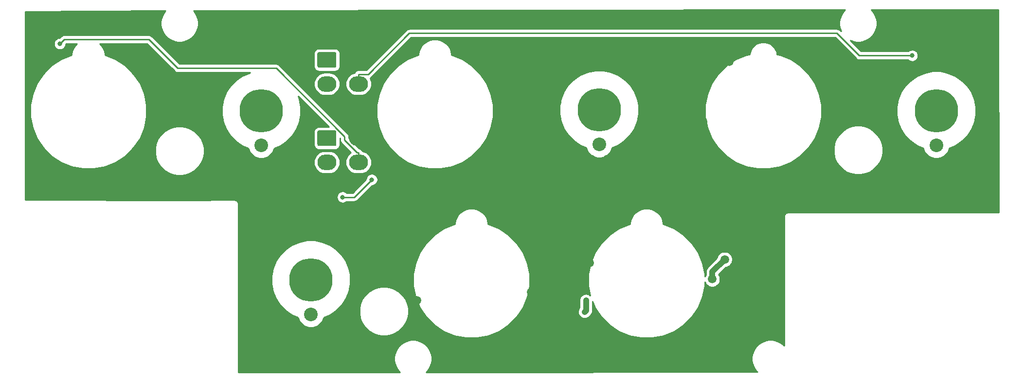
<source format=gbr>
%TF.GenerationSoftware,KiCad,Pcbnew,(5.1.6)-1*%
%TF.CreationDate,2021-08-25T14:17:29+10:00*%
%TF.ProjectId,HUD Panel PCB V2,48554420-5061-46e6-956c-205043422056,rev?*%
%TF.SameCoordinates,Original*%
%TF.FileFunction,Copper,L2,Bot*%
%TF.FilePolarity,Positive*%
%FSLAX46Y46*%
G04 Gerber Fmt 4.6, Leading zero omitted, Abs format (unit mm)*
G04 Created by KiCad (PCBNEW (5.1.6)-1) date 2021-08-25 14:17:29*
%MOMM*%
%LPD*%
G01*
G04 APERTURE LIST*
%TA.AperFunction,WasherPad*%
%ADD10C,7.540752*%
%TD*%
%TA.AperFunction,WasherPad*%
%ADD11C,2.381250*%
%TD*%
%TA.AperFunction,ComponentPad*%
%ADD12O,3.300000X2.700000*%
%TD*%
%TA.AperFunction,ViaPad*%
%ADD13C,1.500000*%
%TD*%
%TA.AperFunction,ViaPad*%
%ADD14C,0.800000*%
%TD*%
%TA.AperFunction,Conductor*%
%ADD15C,1.000000*%
%TD*%
%TA.AperFunction,Conductor*%
%ADD16C,0.250000*%
%TD*%
%TA.AperFunction,Conductor*%
%ADD17C,0.254000*%
%TD*%
G04 APERTURE END LIST*
D10*
%TO.P,REF\u002A\u002A,*%
%TO.N,*%
X118110000Y-85979000D03*
D11*
X118110000Y-91979000D03*
%TD*%
D10*
%TO.P,REF\u002A\u002A,*%
%TO.N,*%
X226949000Y-56515000D03*
D11*
X226949000Y-62515000D03*
%TD*%
D10*
%TO.P,REF\u002A\u002A,*%
%TO.N,*%
X168275000Y-56388000D03*
D11*
X168275000Y-62388000D03*
%TD*%
D10*
%TO.P,REF\u002A\u002A,*%
%TO.N,*%
X109474000Y-56515000D03*
D11*
X109474000Y-62515000D03*
%TD*%
D12*
%TO.P,J2,4*%
%TO.N,/DATAOUT*%
X126400000Y-51850000D03*
%TO.P,J2,3*%
%TO.N,/LEDGND*%
X126400000Y-47650000D03*
%TO.P,J2,2*%
%TO.N,/LED+5V*%
X120900000Y-51850000D03*
%TO.P,J2,1*%
%TA.AperFunction,ComponentPad*%
G36*
G01*
X119501100Y-46300000D02*
X122298900Y-46300000D01*
G75*
G02*
X122550000Y-46551100I0J-251100D01*
G01*
X122550000Y-48748900D01*
G75*
G02*
X122298900Y-49000000I-251100J0D01*
G01*
X119501100Y-49000000D01*
G75*
G02*
X119250000Y-48748900I0J251100D01*
G01*
X119250000Y-46551100D01*
G75*
G02*
X119501100Y-46300000I251100J0D01*
G01*
G37*
%TD.AperFunction*%
%TD*%
%TO.P,J1,4*%
%TO.N,/DATAIN*%
X126400000Y-65500000D03*
%TO.P,J1,3*%
%TO.N,/LEDGND*%
X126400000Y-61300000D03*
%TO.P,J1,2*%
%TO.N,/LED+5V*%
X120900000Y-65500000D03*
%TO.P,J1,1*%
%TA.AperFunction,ComponentPad*%
G36*
G01*
X119501100Y-59950000D02*
X122298900Y-59950000D01*
G75*
G02*
X122550000Y-60201100I0J-251100D01*
G01*
X122550000Y-62398900D01*
G75*
G02*
X122298900Y-62650000I-251100J0D01*
G01*
X119501100Y-62650000D01*
G75*
G02*
X119250000Y-62398900I0J251100D01*
G01*
X119250000Y-60201100D01*
G75*
G02*
X119501100Y-59950000I251100J0D01*
G01*
G37*
%TD.AperFunction*%
%TD*%
D13*
%TO.N,/LED+5V*%
X187960000Y-85852000D03*
X190119000Y-82423000D03*
D14*
X165735000Y-91567000D03*
X165989000Y-89535000D03*
D13*
%TO.N,/LEDGND*%
X69977000Y-50419000D03*
X89535000Y-48514000D03*
X94361000Y-54483000D03*
X90297000Y-62103000D03*
X86995000Y-68580000D03*
X76800000Y-69942000D03*
X105664000Y-46228000D03*
X113820000Y-46200000D03*
X107188000Y-66294000D03*
X103759000Y-70612000D03*
X109728000Y-86868000D03*
X115000000Y-98868000D03*
X125476000Y-99949000D03*
X126620000Y-87250000D03*
X125222000Y-77216000D03*
X114874000Y-77150000D03*
X135509000Y-68072000D03*
X144702000Y-68150000D03*
X148200000Y-47126000D03*
X152150000Y-57146000D03*
X160927000Y-55100000D03*
X165989000Y-66421000D03*
X178950000Y-65158000D03*
X181483000Y-55626000D03*
X186366000Y-58350000D03*
X173406000Y-46050000D03*
X162459000Y-46000000D03*
X207347000Y-60750000D03*
X201059000Y-67800000D03*
X194088000Y-67850000D03*
X227330000Y-46482000D03*
X233942000Y-70350000D03*
X222682000Y-64718800D03*
X221107000Y-70485000D03*
X146304000Y-98044000D03*
X156464000Y-88138000D03*
X160655000Y-94234000D03*
X167513000Y-92964000D03*
X166616000Y-83050000D03*
X159604000Y-81950000D03*
X170815000Y-76327000D03*
X186182000Y-77089000D03*
X194795000Y-82400000D03*
X195114000Y-88350000D03*
X187579000Y-88265000D03*
X192339000Y-94300000D03*
X185547000Y-94996000D03*
X176752000Y-97250000D03*
X130306009Y-62484000D03*
X134239000Y-47117000D03*
X154051000Y-76835000D03*
X136525000Y-89535000D03*
X138557000Y-76581000D03*
X206574000Y-48950000D03*
X211314000Y-54850000D03*
X190881000Y-48006000D03*
D14*
%TO.N,/DATAIN*%
X74399400Y-44856300D03*
%TO.N,/DATAOUT*%
X222776000Y-46898500D03*
%TO.N,Net-(D16-Pad2)*%
X123635000Y-71565000D03*
X128714500Y-68516500D03*
%TD*%
D15*
%TO.N,/LED+5V*%
X187960000Y-84582000D02*
X190119000Y-82423000D01*
X187960000Y-85852000D02*
X187960000Y-84582000D01*
X165989000Y-91313000D02*
X165735000Y-91567000D01*
X165989000Y-89535000D02*
X165989000Y-91313000D01*
D16*
%TO.N,/DATAIN*%
X126400000Y-65500000D02*
X126400000Y-63824700D01*
X74399400Y-44856300D02*
X75174300Y-44081400D01*
X75174300Y-44081400D02*
X89916400Y-44081400D01*
X89916400Y-44081400D02*
X94943800Y-49108800D01*
X94943800Y-49108800D02*
X112074600Y-49108800D01*
X112074600Y-49108800D02*
X123972100Y-61006300D01*
X123972100Y-61006300D02*
X123972100Y-61606200D01*
X123972100Y-61606200D02*
X126190600Y-63824700D01*
X126190600Y-63824700D02*
X126400000Y-63824700D01*
%TO.N,/DATAOUT*%
X126400000Y-51850000D02*
X126400000Y-50174700D01*
X222776000Y-46898500D02*
X213548300Y-46898500D01*
X213548300Y-46898500D02*
X209665600Y-43015800D01*
X209665600Y-43015800D02*
X135234200Y-43015800D01*
X135234200Y-43015800D02*
X128075300Y-50174700D01*
X128075300Y-50174700D02*
X126400000Y-50174700D01*
%TO.N,Net-(D16-Pad2)*%
X125666000Y-71565000D02*
X128714500Y-68516500D01*
X123635000Y-71565000D02*
X125666000Y-71565000D01*
%TD*%
D17*
%TO.N,/LEDGND*%
G36*
X237844167Y-74219200D02*
G01*
X201200419Y-74219200D01*
X201168000Y-74216007D01*
X201135581Y-74219200D01*
X201038617Y-74228750D01*
X200914207Y-74266490D01*
X200799550Y-74327775D01*
X200699052Y-74410252D01*
X200616575Y-74510750D01*
X200555290Y-74625407D01*
X200517550Y-74749817D01*
X200504807Y-74879200D01*
X200508001Y-74911629D01*
X200508000Y-97448622D01*
X200208966Y-97149588D01*
X199672242Y-96790960D01*
X199075866Y-96543933D01*
X198442756Y-96418000D01*
X197797244Y-96418000D01*
X197164134Y-96543933D01*
X196567758Y-96790960D01*
X196031034Y-97149588D01*
X195574588Y-97606034D01*
X195215960Y-98142758D01*
X194968933Y-98739134D01*
X194843000Y-99372244D01*
X194843000Y-100017756D01*
X194968933Y-100650866D01*
X195215960Y-101247242D01*
X195574588Y-101783966D01*
X195800253Y-102009631D01*
X138179356Y-102040022D01*
X138435412Y-101783966D01*
X138794040Y-101247242D01*
X139041067Y-100650866D01*
X139167000Y-100017756D01*
X139167000Y-99372244D01*
X139041067Y-98739134D01*
X138794040Y-98142758D01*
X138435412Y-97606034D01*
X137978966Y-97149588D01*
X137442242Y-96790960D01*
X136845866Y-96543933D01*
X136212756Y-96418000D01*
X135567244Y-96418000D01*
X134934134Y-96543933D01*
X134337758Y-96790960D01*
X133801034Y-97149588D01*
X133344588Y-97606034D01*
X132985960Y-98142758D01*
X132738933Y-98739134D01*
X132613000Y-99372244D01*
X132613000Y-100017756D01*
X132738933Y-100650866D01*
X132985960Y-101247242D01*
X133344588Y-101783966D01*
X133603058Y-102042436D01*
X105510083Y-102057253D01*
X105481729Y-85299668D01*
X111212624Y-85299668D01*
X111212624Y-86658332D01*
X111477687Y-87990890D01*
X111997625Y-89246132D01*
X112752459Y-90375821D01*
X113713179Y-91336541D01*
X114842868Y-92091375D01*
X115852509Y-92509582D01*
X115881440Y-92655026D01*
X116056147Y-93076807D01*
X116309783Y-93456400D01*
X116632600Y-93779217D01*
X117012193Y-94032853D01*
X117433974Y-94207560D01*
X117881734Y-94296625D01*
X118338266Y-94296625D01*
X118786026Y-94207560D01*
X119207807Y-94032853D01*
X119587400Y-93779217D01*
X119910217Y-93456400D01*
X120163853Y-93076807D01*
X120338560Y-92655026D01*
X120367491Y-92509582D01*
X121377132Y-92091375D01*
X122506821Y-91336541D01*
X122824610Y-91018752D01*
X126533000Y-91018752D01*
X126533000Y-91861248D01*
X126697362Y-92687555D01*
X127019771Y-93465919D01*
X127487837Y-94166429D01*
X128083571Y-94762163D01*
X128784081Y-95230229D01*
X129562445Y-95552638D01*
X130388752Y-95717000D01*
X131231248Y-95717000D01*
X132057555Y-95552638D01*
X132835919Y-95230229D01*
X133536429Y-94762163D01*
X134132163Y-94166429D01*
X134600229Y-93465919D01*
X134922638Y-92687555D01*
X135087000Y-91861248D01*
X135087000Y-91018752D01*
X134922638Y-90192445D01*
X134600229Y-89414081D01*
X134132163Y-88713571D01*
X133536429Y-88117837D01*
X132835919Y-87649771D01*
X132057555Y-87327362D01*
X131231248Y-87163000D01*
X130388752Y-87163000D01*
X129562445Y-87327362D01*
X128784081Y-87649771D01*
X128083571Y-88117837D01*
X127487837Y-88713571D01*
X127019771Y-89414081D01*
X126697362Y-90192445D01*
X126533000Y-91018752D01*
X122824610Y-91018752D01*
X123467541Y-90375821D01*
X124222375Y-89246132D01*
X124742313Y-87990890D01*
X125007376Y-86658332D01*
X125007376Y-85299668D01*
X124944104Y-84981578D01*
X135923000Y-84981578D01*
X135923000Y-86976422D01*
X136312175Y-88932937D01*
X137075569Y-90775933D01*
X138183846Y-92434586D01*
X139594414Y-93845154D01*
X141253067Y-94953431D01*
X143096063Y-95716825D01*
X145052578Y-96106000D01*
X147047422Y-96106000D01*
X149003937Y-95716825D01*
X150846933Y-94953431D01*
X152505586Y-93845154D01*
X153916154Y-92434586D01*
X154495856Y-91567000D01*
X164594509Y-91567000D01*
X164616423Y-91789498D01*
X164681324Y-92003446D01*
X164786717Y-92200622D01*
X164928552Y-92373448D01*
X165101378Y-92515283D01*
X165298554Y-92620676D01*
X165512502Y-92685577D01*
X165735000Y-92707491D01*
X165957498Y-92685577D01*
X166171446Y-92620676D01*
X166368622Y-92515283D01*
X166498143Y-92408988D01*
X166752135Y-92154996D01*
X166795449Y-92119449D01*
X166937284Y-91946623D01*
X167042676Y-91749447D01*
X167107577Y-91535499D01*
X167124000Y-91368752D01*
X167124000Y-91368743D01*
X167129490Y-91313001D01*
X167124000Y-91257259D01*
X167124000Y-89734033D01*
X167555569Y-90775933D01*
X168663846Y-92434586D01*
X170074414Y-93845154D01*
X171733067Y-94953431D01*
X173576063Y-95716825D01*
X175532578Y-96106000D01*
X177527422Y-96106000D01*
X179483937Y-95716825D01*
X181326933Y-94953431D01*
X182985586Y-93845154D01*
X184396154Y-92434586D01*
X185504431Y-90775933D01*
X186267825Y-88932937D01*
X186657000Y-86976422D01*
X186657000Y-86325458D01*
X186732629Y-86508043D01*
X186884201Y-86734886D01*
X187077114Y-86927799D01*
X187303957Y-87079371D01*
X187556011Y-87183775D01*
X187823589Y-87237000D01*
X188096411Y-87237000D01*
X188363989Y-87183775D01*
X188616043Y-87079371D01*
X188842886Y-86927799D01*
X189035799Y-86734886D01*
X189187371Y-86508043D01*
X189291775Y-86255989D01*
X189345000Y-85988411D01*
X189345000Y-85715589D01*
X189291775Y-85448011D01*
X189187371Y-85195957D01*
X189095000Y-85057714D01*
X189095000Y-85052131D01*
X190359920Y-83787212D01*
X190522989Y-83754775D01*
X190775043Y-83650371D01*
X191001886Y-83498799D01*
X191194799Y-83305886D01*
X191346371Y-83079043D01*
X191450775Y-82826989D01*
X191504000Y-82559411D01*
X191504000Y-82286589D01*
X191450775Y-82019011D01*
X191346371Y-81766957D01*
X191194799Y-81540114D01*
X191001886Y-81347201D01*
X190775043Y-81195629D01*
X190522989Y-81091225D01*
X190255411Y-81038000D01*
X189982589Y-81038000D01*
X189715011Y-81091225D01*
X189462957Y-81195629D01*
X189236114Y-81347201D01*
X189043201Y-81540114D01*
X188891629Y-81766957D01*
X188787225Y-82019011D01*
X188754788Y-82182080D01*
X187196860Y-83740009D01*
X187153552Y-83775551D01*
X187011717Y-83948377D01*
X186906324Y-84145553D01*
X186906324Y-84145554D01*
X186841423Y-84359502D01*
X186819509Y-84582000D01*
X186825000Y-84637751D01*
X186825000Y-85057714D01*
X186732629Y-85195957D01*
X186657000Y-85378542D01*
X186657000Y-84981578D01*
X186267825Y-83025063D01*
X185504431Y-81182067D01*
X184396154Y-79523414D01*
X182985586Y-78112846D01*
X181326933Y-77004569D01*
X179483937Y-76241175D01*
X179443000Y-76233032D01*
X179443000Y-76167095D01*
X179331055Y-75604309D01*
X179111467Y-75074177D01*
X178792675Y-74597071D01*
X178386929Y-74191325D01*
X177909823Y-73872533D01*
X177379691Y-73652945D01*
X176816905Y-73541000D01*
X176243095Y-73541000D01*
X175680309Y-73652945D01*
X175150177Y-73872533D01*
X174673071Y-74191325D01*
X174267325Y-74597071D01*
X173948533Y-75074177D01*
X173728945Y-75604309D01*
X173617000Y-76167095D01*
X173617000Y-76233032D01*
X173576063Y-76241175D01*
X171733067Y-77004569D01*
X170074414Y-78112846D01*
X168663846Y-79523414D01*
X167555569Y-81182067D01*
X166792175Y-83025063D01*
X166403000Y-84981578D01*
X166403000Y-86976422D01*
X166742950Y-88685466D01*
X166622623Y-88586716D01*
X166425446Y-88481324D01*
X166211498Y-88416423D01*
X165989000Y-88394509D01*
X165766501Y-88416423D01*
X165552553Y-88481324D01*
X165355377Y-88586716D01*
X165182551Y-88728551D01*
X165040716Y-88901377D01*
X164935324Y-89098554D01*
X164870423Y-89312502D01*
X164854000Y-89479249D01*
X164854000Y-90851393D01*
X164786717Y-90933378D01*
X164681324Y-91130554D01*
X164616423Y-91344502D01*
X164594509Y-91567000D01*
X154495856Y-91567000D01*
X155024431Y-90775933D01*
X155787825Y-88932937D01*
X156177000Y-86976422D01*
X156177000Y-84981578D01*
X155787825Y-83025063D01*
X155024431Y-81182067D01*
X153916154Y-79523414D01*
X152505586Y-78112846D01*
X150846933Y-77004569D01*
X149003937Y-76241175D01*
X148963000Y-76233032D01*
X148963000Y-76167095D01*
X148851055Y-75604309D01*
X148631467Y-75074177D01*
X148312675Y-74597071D01*
X147906929Y-74191325D01*
X147429823Y-73872533D01*
X146899691Y-73652945D01*
X146336905Y-73541000D01*
X145763095Y-73541000D01*
X145200309Y-73652945D01*
X144670177Y-73872533D01*
X144193071Y-74191325D01*
X143787325Y-74597071D01*
X143468533Y-75074177D01*
X143248945Y-75604309D01*
X143137000Y-76167095D01*
X143137000Y-76233032D01*
X143096063Y-76241175D01*
X141253067Y-77004569D01*
X139594414Y-78112846D01*
X138183846Y-79523414D01*
X137075569Y-81182067D01*
X136312175Y-83025063D01*
X135923000Y-84981578D01*
X124944104Y-84981578D01*
X124742313Y-83967110D01*
X124222375Y-82711868D01*
X123467541Y-81582179D01*
X122506821Y-80621459D01*
X121377132Y-79866625D01*
X120121890Y-79346687D01*
X118789332Y-79081624D01*
X117430668Y-79081624D01*
X116098110Y-79346687D01*
X114842868Y-79866625D01*
X113713179Y-80621459D01*
X112752459Y-81582179D01*
X111997625Y-82711868D01*
X111477687Y-83967110D01*
X111212624Y-85299668D01*
X105481729Y-85299668D01*
X105460451Y-72724597D01*
X105463580Y-72690656D01*
X105456965Y-72627538D01*
X105450630Y-72564317D01*
X105450186Y-72562862D01*
X105450028Y-72561355D01*
X105431208Y-72500682D01*
X105412679Y-72439971D01*
X105411963Y-72438637D01*
X105411512Y-72437183D01*
X105381168Y-72381257D01*
X105351200Y-72325418D01*
X105350236Y-72324248D01*
X105349511Y-72322911D01*
X105308834Y-72273973D01*
X105268553Y-72225060D01*
X105267381Y-72224101D01*
X105266408Y-72222931D01*
X105217043Y-72182932D01*
X105167916Y-72142753D01*
X105166574Y-72142039D01*
X105165396Y-72141084D01*
X105109199Y-72111496D01*
X105053155Y-72081662D01*
X105051703Y-72081224D01*
X105050358Y-72080516D01*
X104989432Y-72062449D01*
X104928682Y-72044133D01*
X104927171Y-72043987D01*
X104925715Y-72043555D01*
X104862556Y-72037733D01*
X104799278Y-72031608D01*
X104765357Y-72035007D01*
X96670965Y-72085597D01*
X68376400Y-72035958D01*
X68376400Y-71463061D01*
X122600000Y-71463061D01*
X122600000Y-71666939D01*
X122639774Y-71866898D01*
X122717795Y-72055256D01*
X122831063Y-72224774D01*
X122975226Y-72368937D01*
X123144744Y-72482205D01*
X123333102Y-72560226D01*
X123533061Y-72600000D01*
X123736939Y-72600000D01*
X123936898Y-72560226D01*
X124125256Y-72482205D01*
X124294774Y-72368937D01*
X124338711Y-72325000D01*
X125628678Y-72325000D01*
X125666000Y-72328676D01*
X125703322Y-72325000D01*
X125703333Y-72325000D01*
X125814986Y-72314003D01*
X125958247Y-72270546D01*
X126090276Y-72199974D01*
X126206001Y-72105001D01*
X126229804Y-72075997D01*
X128754302Y-69551500D01*
X128816439Y-69551500D01*
X129016398Y-69511726D01*
X129204756Y-69433705D01*
X129374274Y-69320437D01*
X129518437Y-69176274D01*
X129631705Y-69006756D01*
X129709726Y-68818398D01*
X129749500Y-68618439D01*
X129749500Y-68414561D01*
X129709726Y-68214602D01*
X129631705Y-68026244D01*
X129518437Y-67856726D01*
X129374274Y-67712563D01*
X129204756Y-67599295D01*
X129016398Y-67521274D01*
X128816439Y-67481500D01*
X128612561Y-67481500D01*
X128412602Y-67521274D01*
X128224244Y-67599295D01*
X128054726Y-67712563D01*
X127910563Y-67856726D01*
X127797295Y-68026244D01*
X127719274Y-68214602D01*
X127679500Y-68414561D01*
X127679500Y-68476698D01*
X125351199Y-70805000D01*
X124338711Y-70805000D01*
X124294774Y-70761063D01*
X124125256Y-70647795D01*
X123936898Y-70569774D01*
X123736939Y-70530000D01*
X123533061Y-70530000D01*
X123333102Y-70569774D01*
X123144744Y-70647795D01*
X122975226Y-70761063D01*
X122831063Y-70905226D01*
X122717795Y-71074744D01*
X122639774Y-71263102D01*
X122600000Y-71463061D01*
X68376400Y-71463061D01*
X68376400Y-55517578D01*
X69248000Y-55517578D01*
X69248000Y-57512422D01*
X69637175Y-59468937D01*
X70400569Y-61311933D01*
X71508846Y-62970586D01*
X72919414Y-64381154D01*
X74578067Y-65489431D01*
X76421063Y-66252825D01*
X78377578Y-66642000D01*
X80372422Y-66642000D01*
X82328937Y-66252825D01*
X84171933Y-65489431D01*
X85830586Y-64381154D01*
X87132988Y-63078752D01*
X90973000Y-63078752D01*
X90973000Y-63921248D01*
X91137362Y-64747555D01*
X91459771Y-65525919D01*
X91927837Y-66226429D01*
X92523571Y-66822163D01*
X93224081Y-67290229D01*
X94002445Y-67612638D01*
X94828752Y-67777000D01*
X95671248Y-67777000D01*
X96497555Y-67612638D01*
X97275919Y-67290229D01*
X97976429Y-66822163D01*
X98572163Y-66226429D01*
X99040229Y-65525919D01*
X99050965Y-65500000D01*
X118605396Y-65500000D01*
X118643722Y-65889128D01*
X118757226Y-66263302D01*
X118941547Y-66608143D01*
X119189602Y-66910398D01*
X119491857Y-67158453D01*
X119836698Y-67342774D01*
X120210872Y-67456278D01*
X120502490Y-67485000D01*
X121297510Y-67485000D01*
X121589128Y-67456278D01*
X121963302Y-67342774D01*
X122308143Y-67158453D01*
X122610398Y-66910398D01*
X122858453Y-66608143D01*
X123042774Y-66263302D01*
X123156278Y-65889128D01*
X123194604Y-65500000D01*
X123156278Y-65110872D01*
X123042774Y-64736698D01*
X122858453Y-64391857D01*
X122610398Y-64089602D01*
X122308143Y-63841547D01*
X121963302Y-63657226D01*
X121589128Y-63543722D01*
X121297510Y-63515000D01*
X120502490Y-63515000D01*
X120210872Y-63543722D01*
X119836698Y-63657226D01*
X119491857Y-63841547D01*
X119189602Y-64089602D01*
X118941547Y-64391857D01*
X118757226Y-64736698D01*
X118643722Y-65110872D01*
X118605396Y-65500000D01*
X99050965Y-65500000D01*
X99362638Y-64747555D01*
X99527000Y-63921248D01*
X99527000Y-63078752D01*
X99362638Y-62252445D01*
X99040229Y-61474081D01*
X98572163Y-60773571D01*
X97976429Y-60177837D01*
X97275919Y-59709771D01*
X96497555Y-59387362D01*
X95671248Y-59223000D01*
X94828752Y-59223000D01*
X94002445Y-59387362D01*
X93224081Y-59709771D01*
X92523571Y-60177837D01*
X91927837Y-60773571D01*
X91459771Y-61474081D01*
X91137362Y-62252445D01*
X90973000Y-63078752D01*
X87132988Y-63078752D01*
X87241154Y-62970586D01*
X88349431Y-61311933D01*
X89112825Y-59468937D01*
X89502000Y-57512422D01*
X89502000Y-55517578D01*
X89112825Y-53561063D01*
X88349431Y-51718067D01*
X87241154Y-50059414D01*
X85830586Y-48648846D01*
X84171933Y-47540569D01*
X82328937Y-46777175D01*
X82288000Y-46769032D01*
X82288000Y-46703095D01*
X82176055Y-46140309D01*
X81956467Y-45610177D01*
X81637675Y-45133071D01*
X81346004Y-44841400D01*
X89601599Y-44841400D01*
X94380000Y-49619802D01*
X94403799Y-49648801D01*
X94519524Y-49743774D01*
X94651553Y-49814346D01*
X94794814Y-49857803D01*
X94906467Y-49868800D01*
X94906476Y-49868800D01*
X94943799Y-49872476D01*
X94981122Y-49868800D01*
X107531924Y-49868800D01*
X107462110Y-49882687D01*
X106206868Y-50402625D01*
X105077179Y-51157459D01*
X104116459Y-52118179D01*
X103361625Y-53247868D01*
X102841687Y-54503110D01*
X102576624Y-55835668D01*
X102576624Y-57194332D01*
X102841687Y-58526890D01*
X103361625Y-59782132D01*
X104116459Y-60911821D01*
X105077179Y-61872541D01*
X106206868Y-62627375D01*
X107216509Y-63045582D01*
X107245440Y-63191026D01*
X107420147Y-63612807D01*
X107673783Y-63992400D01*
X107996600Y-64315217D01*
X108376193Y-64568853D01*
X108797974Y-64743560D01*
X109245734Y-64832625D01*
X109702266Y-64832625D01*
X110150026Y-64743560D01*
X110571807Y-64568853D01*
X110951400Y-64315217D01*
X111274217Y-63992400D01*
X111527853Y-63612807D01*
X111702560Y-63191026D01*
X111731491Y-63045582D01*
X112741132Y-62627375D01*
X113870821Y-61872541D01*
X114831541Y-60911821D01*
X115586375Y-59782132D01*
X116106313Y-58526890D01*
X116371376Y-57194332D01*
X116371376Y-55835668D01*
X116106313Y-54503110D01*
X115902811Y-54011812D01*
X121202926Y-59311928D01*
X119501100Y-59311928D01*
X119327631Y-59329013D01*
X119160829Y-59379612D01*
X119007103Y-59461781D01*
X118872360Y-59572360D01*
X118761781Y-59707103D01*
X118679612Y-59860829D01*
X118629013Y-60027631D01*
X118611928Y-60201100D01*
X118611928Y-62398900D01*
X118629013Y-62572369D01*
X118679612Y-62739171D01*
X118761781Y-62892897D01*
X118872360Y-63027640D01*
X119007103Y-63138219D01*
X119160829Y-63220388D01*
X119327631Y-63270987D01*
X119501100Y-63288072D01*
X122298900Y-63288072D01*
X122472369Y-63270987D01*
X122639171Y-63220388D01*
X122792897Y-63138219D01*
X122927640Y-63027640D01*
X123038219Y-62892897D01*
X123120388Y-62739171D01*
X123170987Y-62572369D01*
X123188072Y-62398900D01*
X123188072Y-61297074D01*
X123212100Y-61321102D01*
X123212100Y-61568878D01*
X123208424Y-61606200D01*
X123212100Y-61643522D01*
X123212100Y-61643533D01*
X123223097Y-61755186D01*
X123266554Y-61898447D01*
X123291137Y-61944436D01*
X123337126Y-62030476D01*
X123408301Y-62117202D01*
X123432100Y-62146201D01*
X123461098Y-62169999D01*
X125083605Y-63792507D01*
X124991857Y-63841547D01*
X124689602Y-64089602D01*
X124441547Y-64391857D01*
X124257226Y-64736698D01*
X124143722Y-65110872D01*
X124105396Y-65500000D01*
X124143722Y-65889128D01*
X124257226Y-66263302D01*
X124441547Y-66608143D01*
X124689602Y-66910398D01*
X124991857Y-67158453D01*
X125336698Y-67342774D01*
X125710872Y-67456278D01*
X126002490Y-67485000D01*
X126797510Y-67485000D01*
X127089128Y-67456278D01*
X127463302Y-67342774D01*
X127808143Y-67158453D01*
X128110398Y-66910398D01*
X128358453Y-66608143D01*
X128542774Y-66263302D01*
X128656278Y-65889128D01*
X128694604Y-65500000D01*
X128656278Y-65110872D01*
X128542774Y-64736698D01*
X128358453Y-64391857D01*
X128110398Y-64089602D01*
X127808143Y-63841547D01*
X127463302Y-63657226D01*
X127110975Y-63550349D01*
X127105546Y-63532453D01*
X127034974Y-63400424D01*
X126940001Y-63284699D01*
X126824276Y-63189726D01*
X126692247Y-63119154D01*
X126548986Y-63075697D01*
X126512839Y-63072137D01*
X124732100Y-61291399D01*
X124732100Y-61043623D01*
X124735776Y-61006300D01*
X124732100Y-60968977D01*
X124732100Y-60968967D01*
X124721103Y-60857314D01*
X124677646Y-60714053D01*
X124607074Y-60582024D01*
X124512101Y-60466299D01*
X124483104Y-60442502D01*
X119558180Y-55517578D01*
X129573000Y-55517578D01*
X129573000Y-57512422D01*
X129962175Y-59468937D01*
X130725569Y-61311933D01*
X131833846Y-62970586D01*
X133244414Y-64381154D01*
X134903067Y-65489431D01*
X136746063Y-66252825D01*
X138702578Y-66642000D01*
X140697422Y-66642000D01*
X142653937Y-66252825D01*
X144496933Y-65489431D01*
X146155586Y-64381154D01*
X147566154Y-62970586D01*
X148674431Y-61311933D01*
X149437825Y-59468937D01*
X149827000Y-57512422D01*
X149827000Y-55708668D01*
X161377624Y-55708668D01*
X161377624Y-57067332D01*
X161642687Y-58399890D01*
X162162625Y-59655132D01*
X162917459Y-60784821D01*
X163878179Y-61745541D01*
X165007868Y-62500375D01*
X166017509Y-62918582D01*
X166046440Y-63064026D01*
X166221147Y-63485807D01*
X166474783Y-63865400D01*
X166797600Y-64188217D01*
X167177193Y-64441853D01*
X167598974Y-64616560D01*
X168046734Y-64705625D01*
X168503266Y-64705625D01*
X168951026Y-64616560D01*
X169372807Y-64441853D01*
X169752400Y-64188217D01*
X170075217Y-63865400D01*
X170328853Y-63485807D01*
X170503560Y-63064026D01*
X170532491Y-62918582D01*
X171542132Y-62500375D01*
X172671821Y-61745541D01*
X173632541Y-60784821D01*
X174387375Y-59655132D01*
X174907313Y-58399890D01*
X175172376Y-57067332D01*
X175172376Y-55708668D01*
X175134366Y-55517578D01*
X186723000Y-55517578D01*
X186723000Y-57512422D01*
X187112175Y-59468937D01*
X187875569Y-61311933D01*
X188983846Y-62970586D01*
X190394414Y-64381154D01*
X192053067Y-65489431D01*
X193896063Y-66252825D01*
X195852578Y-66642000D01*
X197847422Y-66642000D01*
X199803937Y-66252825D01*
X201646933Y-65489431D01*
X203305586Y-64381154D01*
X204716154Y-62970586D01*
X204728738Y-62951752D01*
X209083000Y-62951752D01*
X209083000Y-63794248D01*
X209247362Y-64620555D01*
X209569771Y-65398919D01*
X210037837Y-66099429D01*
X210633571Y-66695163D01*
X211334081Y-67163229D01*
X212112445Y-67485638D01*
X212938752Y-67650000D01*
X213781248Y-67650000D01*
X214607555Y-67485638D01*
X215385919Y-67163229D01*
X216086429Y-66695163D01*
X216682163Y-66099429D01*
X217150229Y-65398919D01*
X217472638Y-64620555D01*
X217637000Y-63794248D01*
X217637000Y-62951752D01*
X217472638Y-62125445D01*
X217150229Y-61347081D01*
X216682163Y-60646571D01*
X216086429Y-60050837D01*
X215385919Y-59582771D01*
X214607555Y-59260362D01*
X213781248Y-59096000D01*
X212938752Y-59096000D01*
X212112445Y-59260362D01*
X211334081Y-59582771D01*
X210633571Y-60050837D01*
X210037837Y-60646571D01*
X209569771Y-61347081D01*
X209247362Y-62125445D01*
X209083000Y-62951752D01*
X204728738Y-62951752D01*
X205824431Y-61311933D01*
X206587825Y-59468937D01*
X206977000Y-57512422D01*
X206977000Y-55835668D01*
X220051624Y-55835668D01*
X220051624Y-57194332D01*
X220316687Y-58526890D01*
X220836625Y-59782132D01*
X221591459Y-60911821D01*
X222552179Y-61872541D01*
X223681868Y-62627375D01*
X224691509Y-63045582D01*
X224720440Y-63191026D01*
X224895147Y-63612807D01*
X225148783Y-63992400D01*
X225471600Y-64315217D01*
X225851193Y-64568853D01*
X226272974Y-64743560D01*
X226720734Y-64832625D01*
X227177266Y-64832625D01*
X227625026Y-64743560D01*
X228046807Y-64568853D01*
X228426400Y-64315217D01*
X228749217Y-63992400D01*
X229002853Y-63612807D01*
X229177560Y-63191026D01*
X229206491Y-63045582D01*
X230216132Y-62627375D01*
X231345821Y-61872541D01*
X232306541Y-60911821D01*
X233061375Y-59782132D01*
X233581313Y-58526890D01*
X233846376Y-57194332D01*
X233846376Y-55835668D01*
X233581313Y-54503110D01*
X233061375Y-53247868D01*
X232306541Y-52118179D01*
X231345821Y-51157459D01*
X230216132Y-50402625D01*
X228960890Y-49882687D01*
X227628332Y-49617624D01*
X226269668Y-49617624D01*
X224937110Y-49882687D01*
X223681868Y-50402625D01*
X222552179Y-51157459D01*
X221591459Y-52118179D01*
X220836625Y-53247868D01*
X220316687Y-54503110D01*
X220051624Y-55835668D01*
X206977000Y-55835668D01*
X206977000Y-55517578D01*
X206587825Y-53561063D01*
X205824431Y-51718067D01*
X204716154Y-50059414D01*
X203305586Y-48648846D01*
X201646933Y-47540569D01*
X199803937Y-46777175D01*
X199254352Y-46667856D01*
X199177962Y-46283820D01*
X198995462Y-45843227D01*
X198730513Y-45446703D01*
X198393297Y-45109487D01*
X197996773Y-44844538D01*
X197556180Y-44662038D01*
X197088448Y-44569000D01*
X196611552Y-44569000D01*
X196143820Y-44662038D01*
X195703227Y-44844538D01*
X195306703Y-45109487D01*
X194969487Y-45446703D01*
X194704538Y-45843227D01*
X194522038Y-46283820D01*
X194445648Y-46667856D01*
X193896063Y-46777175D01*
X192053067Y-47540569D01*
X190394414Y-48648846D01*
X188983846Y-50059414D01*
X187875569Y-51718067D01*
X187112175Y-53561063D01*
X186723000Y-55517578D01*
X175134366Y-55517578D01*
X174907313Y-54376110D01*
X174387375Y-53120868D01*
X173632541Y-51991179D01*
X172671821Y-51030459D01*
X171542132Y-50275625D01*
X170286890Y-49755687D01*
X168954332Y-49490624D01*
X167595668Y-49490624D01*
X166263110Y-49755687D01*
X165007868Y-50275625D01*
X163878179Y-51030459D01*
X162917459Y-51991179D01*
X162162625Y-53120868D01*
X161642687Y-54376110D01*
X161377624Y-55708668D01*
X149827000Y-55708668D01*
X149827000Y-55517578D01*
X149437825Y-53561063D01*
X148674431Y-51718067D01*
X147566154Y-50059414D01*
X146155586Y-48648846D01*
X144496933Y-47540569D01*
X142653937Y-46777175D01*
X142613000Y-46769032D01*
X142613000Y-46703095D01*
X142501055Y-46140309D01*
X142281467Y-45610177D01*
X141962675Y-45133071D01*
X141556929Y-44727325D01*
X141079823Y-44408533D01*
X140549691Y-44188945D01*
X139986905Y-44077000D01*
X139413095Y-44077000D01*
X138850309Y-44188945D01*
X138320177Y-44408533D01*
X137843071Y-44727325D01*
X137437325Y-45133071D01*
X137118533Y-45610177D01*
X136898945Y-46140309D01*
X136787000Y-46703095D01*
X136787000Y-46769032D01*
X136746063Y-46777175D01*
X134903067Y-47540569D01*
X133244414Y-48648846D01*
X131833846Y-50059414D01*
X130725569Y-51718067D01*
X129962175Y-53561063D01*
X129573000Y-55517578D01*
X119558180Y-55517578D01*
X115890602Y-51850000D01*
X118605396Y-51850000D01*
X118643722Y-52239128D01*
X118757226Y-52613302D01*
X118941547Y-52958143D01*
X119189602Y-53260398D01*
X119491857Y-53508453D01*
X119836698Y-53692774D01*
X120210872Y-53806278D01*
X120502490Y-53835000D01*
X121297510Y-53835000D01*
X121589128Y-53806278D01*
X121963302Y-53692774D01*
X122308143Y-53508453D01*
X122610398Y-53260398D01*
X122858453Y-52958143D01*
X123042774Y-52613302D01*
X123156278Y-52239128D01*
X123194604Y-51850000D01*
X123156278Y-51460872D01*
X123042774Y-51086698D01*
X122858453Y-50741857D01*
X122610398Y-50439602D01*
X122308143Y-50191547D01*
X121963302Y-50007226D01*
X121589128Y-49893722D01*
X121297510Y-49865000D01*
X120502490Y-49865000D01*
X120210872Y-49893722D01*
X119836698Y-50007226D01*
X119491857Y-50191547D01*
X119189602Y-50439602D01*
X118941547Y-50741857D01*
X118757226Y-51086698D01*
X118643722Y-51460872D01*
X118605396Y-51850000D01*
X115890602Y-51850000D01*
X112638404Y-48597803D01*
X112614601Y-48568799D01*
X112498876Y-48473826D01*
X112366847Y-48403254D01*
X112223586Y-48359797D01*
X112111933Y-48348800D01*
X112111922Y-48348800D01*
X112074600Y-48345124D01*
X112037278Y-48348800D01*
X95258602Y-48348800D01*
X93460902Y-46551100D01*
X118611928Y-46551100D01*
X118611928Y-48748900D01*
X118629013Y-48922369D01*
X118679612Y-49089171D01*
X118761781Y-49242897D01*
X118872360Y-49377640D01*
X119007103Y-49488219D01*
X119160829Y-49570388D01*
X119327631Y-49620987D01*
X119501100Y-49638072D01*
X122298900Y-49638072D01*
X122472369Y-49620987D01*
X122639171Y-49570388D01*
X122792897Y-49488219D01*
X122927640Y-49377640D01*
X123038219Y-49242897D01*
X123120388Y-49089171D01*
X123170987Y-48922369D01*
X123188072Y-48748900D01*
X123188072Y-46551100D01*
X123170987Y-46377631D01*
X123120388Y-46210829D01*
X123038219Y-46057103D01*
X122927640Y-45922360D01*
X122792897Y-45811781D01*
X122639171Y-45729612D01*
X122472369Y-45679013D01*
X122298900Y-45661928D01*
X119501100Y-45661928D01*
X119327631Y-45679013D01*
X119160829Y-45729612D01*
X119007103Y-45811781D01*
X118872360Y-45922360D01*
X118761781Y-46057103D01*
X118679612Y-46210829D01*
X118629013Y-46377631D01*
X118611928Y-46551100D01*
X93460902Y-46551100D01*
X90480204Y-43570403D01*
X90456401Y-43541399D01*
X90340676Y-43446426D01*
X90208647Y-43375854D01*
X90065386Y-43332397D01*
X89953733Y-43321400D01*
X89953722Y-43321400D01*
X89916400Y-43317724D01*
X89879078Y-43321400D01*
X75211622Y-43321400D01*
X75174299Y-43317724D01*
X75136976Y-43321400D01*
X75136967Y-43321400D01*
X75025314Y-43332397D01*
X74882053Y-43375854D01*
X74750023Y-43446426D01*
X74666383Y-43515068D01*
X74634299Y-43541399D01*
X74610501Y-43570398D01*
X74359598Y-43821300D01*
X74297461Y-43821300D01*
X74097502Y-43861074D01*
X73909144Y-43939095D01*
X73739626Y-44052363D01*
X73595463Y-44196526D01*
X73482195Y-44366044D01*
X73404174Y-44554402D01*
X73364400Y-44754361D01*
X73364400Y-44958239D01*
X73404174Y-45158198D01*
X73482195Y-45346556D01*
X73595463Y-45516074D01*
X73739626Y-45660237D01*
X73909144Y-45773505D01*
X74097502Y-45851526D01*
X74297461Y-45891300D01*
X74501339Y-45891300D01*
X74701298Y-45851526D01*
X74889656Y-45773505D01*
X75059174Y-45660237D01*
X75203337Y-45516074D01*
X75316605Y-45346556D01*
X75394626Y-45158198D01*
X75434400Y-44958239D01*
X75434400Y-44896102D01*
X75489102Y-44841400D01*
X77403996Y-44841400D01*
X77112325Y-45133071D01*
X76793533Y-45610177D01*
X76573945Y-46140309D01*
X76462000Y-46703095D01*
X76462000Y-46769032D01*
X76421063Y-46777175D01*
X74578067Y-47540569D01*
X72919414Y-48648846D01*
X71508846Y-50059414D01*
X70400569Y-51718067D01*
X69637175Y-53561063D01*
X69248000Y-55517578D01*
X68376400Y-55517578D01*
X68376400Y-39214764D01*
X92766023Y-39124599D01*
X92704588Y-39186034D01*
X92345960Y-39722758D01*
X92098933Y-40319134D01*
X91973000Y-40952244D01*
X91973000Y-41597756D01*
X92098933Y-42230866D01*
X92345960Y-42827242D01*
X92704588Y-43363966D01*
X93161034Y-43820412D01*
X93697758Y-44179040D01*
X94294134Y-44426067D01*
X94927244Y-44552000D01*
X95572756Y-44552000D01*
X96205866Y-44426067D01*
X96802242Y-44179040D01*
X97338966Y-43820412D01*
X97795412Y-43363966D01*
X98154040Y-42827242D01*
X98401067Y-42230866D01*
X98527000Y-41597756D01*
X98527000Y-40952244D01*
X98401067Y-40319134D01*
X98154040Y-39722758D01*
X97795412Y-39186034D01*
X97721399Y-39112021D01*
X211049406Y-38951216D01*
X210814588Y-39186034D01*
X210455960Y-39722758D01*
X210208933Y-40319134D01*
X210083000Y-40952244D01*
X210083000Y-41597756D01*
X210208933Y-42230866D01*
X210388160Y-42663559D01*
X210229404Y-42504803D01*
X210205601Y-42475799D01*
X210089876Y-42380826D01*
X209957847Y-42310254D01*
X209814586Y-42266797D01*
X209702933Y-42255800D01*
X209702922Y-42255800D01*
X209665600Y-42252124D01*
X209628278Y-42255800D01*
X135271522Y-42255800D01*
X135234199Y-42252124D01*
X135196876Y-42255800D01*
X135196867Y-42255800D01*
X135085214Y-42266797D01*
X134941953Y-42310254D01*
X134809924Y-42380826D01*
X134809922Y-42380827D01*
X134809923Y-42380827D01*
X134723196Y-42452001D01*
X134723192Y-42452005D01*
X134694199Y-42475799D01*
X134670405Y-42504792D01*
X127760499Y-49414700D01*
X126437333Y-49414700D01*
X126400000Y-49411023D01*
X126362667Y-49414700D01*
X126251014Y-49425697D01*
X126107753Y-49469154D01*
X125975724Y-49539726D01*
X125859999Y-49634699D01*
X125765026Y-49750424D01*
X125694454Y-49882453D01*
X125689025Y-49900349D01*
X125336698Y-50007226D01*
X124991857Y-50191547D01*
X124689602Y-50439602D01*
X124441547Y-50741857D01*
X124257226Y-51086698D01*
X124143722Y-51460872D01*
X124105396Y-51850000D01*
X124143722Y-52239128D01*
X124257226Y-52613302D01*
X124441547Y-52958143D01*
X124689602Y-53260398D01*
X124991857Y-53508453D01*
X125336698Y-53692774D01*
X125710872Y-53806278D01*
X126002490Y-53835000D01*
X126797510Y-53835000D01*
X127089128Y-53806278D01*
X127463302Y-53692774D01*
X127808143Y-53508453D01*
X128110398Y-53260398D01*
X128358453Y-52958143D01*
X128542774Y-52613302D01*
X128656278Y-52239128D01*
X128694604Y-51850000D01*
X128656278Y-51460872D01*
X128542774Y-51086698D01*
X128418007Y-50853274D01*
X128499576Y-50809674D01*
X128615301Y-50714701D01*
X128639104Y-50685697D01*
X135549003Y-43775800D01*
X209350799Y-43775800D01*
X212984501Y-47409503D01*
X213008299Y-47438501D01*
X213037297Y-47462299D01*
X213124023Y-47533474D01*
X213256053Y-47604046D01*
X213399314Y-47647503D01*
X213510967Y-47658500D01*
X213510977Y-47658500D01*
X213548300Y-47662176D01*
X213585622Y-47658500D01*
X222072289Y-47658500D01*
X222116226Y-47702437D01*
X222285744Y-47815705D01*
X222474102Y-47893726D01*
X222674061Y-47933500D01*
X222877939Y-47933500D01*
X223077898Y-47893726D01*
X223266256Y-47815705D01*
X223435774Y-47702437D01*
X223579937Y-47558274D01*
X223693205Y-47388756D01*
X223771226Y-47200398D01*
X223811000Y-47000439D01*
X223811000Y-46796561D01*
X223771226Y-46596602D01*
X223693205Y-46408244D01*
X223579937Y-46238726D01*
X223435774Y-46094563D01*
X223266256Y-45981295D01*
X223077898Y-45903274D01*
X222877939Y-45863500D01*
X222674061Y-45863500D01*
X222474102Y-45903274D01*
X222285744Y-45981295D01*
X222116226Y-46094563D01*
X222072289Y-46138500D01*
X213863102Y-46138500D01*
X211971441Y-44246840D01*
X212404134Y-44426067D01*
X213037244Y-44552000D01*
X213682756Y-44552000D01*
X214315866Y-44426067D01*
X214912242Y-44179040D01*
X215448966Y-43820412D01*
X215905412Y-43363966D01*
X216264040Y-42827242D01*
X216511067Y-42230866D01*
X216637000Y-41597756D01*
X216637000Y-40952244D01*
X216511067Y-40319134D01*
X216264040Y-39722758D01*
X215905412Y-39186034D01*
X215664046Y-38944668D01*
X237746231Y-38913334D01*
X237844167Y-74219200D01*
G37*
X237844167Y-74219200D02*
X201200419Y-74219200D01*
X201168000Y-74216007D01*
X201135581Y-74219200D01*
X201038617Y-74228750D01*
X200914207Y-74266490D01*
X200799550Y-74327775D01*
X200699052Y-74410252D01*
X200616575Y-74510750D01*
X200555290Y-74625407D01*
X200517550Y-74749817D01*
X200504807Y-74879200D01*
X200508001Y-74911629D01*
X200508000Y-97448622D01*
X200208966Y-97149588D01*
X199672242Y-96790960D01*
X199075866Y-96543933D01*
X198442756Y-96418000D01*
X197797244Y-96418000D01*
X197164134Y-96543933D01*
X196567758Y-96790960D01*
X196031034Y-97149588D01*
X195574588Y-97606034D01*
X195215960Y-98142758D01*
X194968933Y-98739134D01*
X194843000Y-99372244D01*
X194843000Y-100017756D01*
X194968933Y-100650866D01*
X195215960Y-101247242D01*
X195574588Y-101783966D01*
X195800253Y-102009631D01*
X138179356Y-102040022D01*
X138435412Y-101783966D01*
X138794040Y-101247242D01*
X139041067Y-100650866D01*
X139167000Y-100017756D01*
X139167000Y-99372244D01*
X139041067Y-98739134D01*
X138794040Y-98142758D01*
X138435412Y-97606034D01*
X137978966Y-97149588D01*
X137442242Y-96790960D01*
X136845866Y-96543933D01*
X136212756Y-96418000D01*
X135567244Y-96418000D01*
X134934134Y-96543933D01*
X134337758Y-96790960D01*
X133801034Y-97149588D01*
X133344588Y-97606034D01*
X132985960Y-98142758D01*
X132738933Y-98739134D01*
X132613000Y-99372244D01*
X132613000Y-100017756D01*
X132738933Y-100650866D01*
X132985960Y-101247242D01*
X133344588Y-101783966D01*
X133603058Y-102042436D01*
X105510083Y-102057253D01*
X105481729Y-85299668D01*
X111212624Y-85299668D01*
X111212624Y-86658332D01*
X111477687Y-87990890D01*
X111997625Y-89246132D01*
X112752459Y-90375821D01*
X113713179Y-91336541D01*
X114842868Y-92091375D01*
X115852509Y-92509582D01*
X115881440Y-92655026D01*
X116056147Y-93076807D01*
X116309783Y-93456400D01*
X116632600Y-93779217D01*
X117012193Y-94032853D01*
X117433974Y-94207560D01*
X117881734Y-94296625D01*
X118338266Y-94296625D01*
X118786026Y-94207560D01*
X119207807Y-94032853D01*
X119587400Y-93779217D01*
X119910217Y-93456400D01*
X120163853Y-93076807D01*
X120338560Y-92655026D01*
X120367491Y-92509582D01*
X121377132Y-92091375D01*
X122506821Y-91336541D01*
X122824610Y-91018752D01*
X126533000Y-91018752D01*
X126533000Y-91861248D01*
X126697362Y-92687555D01*
X127019771Y-93465919D01*
X127487837Y-94166429D01*
X128083571Y-94762163D01*
X128784081Y-95230229D01*
X129562445Y-95552638D01*
X130388752Y-95717000D01*
X131231248Y-95717000D01*
X132057555Y-95552638D01*
X132835919Y-95230229D01*
X133536429Y-94762163D01*
X134132163Y-94166429D01*
X134600229Y-93465919D01*
X134922638Y-92687555D01*
X135087000Y-91861248D01*
X135087000Y-91018752D01*
X134922638Y-90192445D01*
X134600229Y-89414081D01*
X134132163Y-88713571D01*
X133536429Y-88117837D01*
X132835919Y-87649771D01*
X132057555Y-87327362D01*
X131231248Y-87163000D01*
X130388752Y-87163000D01*
X129562445Y-87327362D01*
X128784081Y-87649771D01*
X128083571Y-88117837D01*
X127487837Y-88713571D01*
X127019771Y-89414081D01*
X126697362Y-90192445D01*
X126533000Y-91018752D01*
X122824610Y-91018752D01*
X123467541Y-90375821D01*
X124222375Y-89246132D01*
X124742313Y-87990890D01*
X125007376Y-86658332D01*
X125007376Y-85299668D01*
X124944104Y-84981578D01*
X135923000Y-84981578D01*
X135923000Y-86976422D01*
X136312175Y-88932937D01*
X137075569Y-90775933D01*
X138183846Y-92434586D01*
X139594414Y-93845154D01*
X141253067Y-94953431D01*
X143096063Y-95716825D01*
X145052578Y-96106000D01*
X147047422Y-96106000D01*
X149003937Y-95716825D01*
X150846933Y-94953431D01*
X152505586Y-93845154D01*
X153916154Y-92434586D01*
X154495856Y-91567000D01*
X164594509Y-91567000D01*
X164616423Y-91789498D01*
X164681324Y-92003446D01*
X164786717Y-92200622D01*
X164928552Y-92373448D01*
X165101378Y-92515283D01*
X165298554Y-92620676D01*
X165512502Y-92685577D01*
X165735000Y-92707491D01*
X165957498Y-92685577D01*
X166171446Y-92620676D01*
X166368622Y-92515283D01*
X166498143Y-92408988D01*
X166752135Y-92154996D01*
X166795449Y-92119449D01*
X166937284Y-91946623D01*
X167042676Y-91749447D01*
X167107577Y-91535499D01*
X167124000Y-91368752D01*
X167124000Y-91368743D01*
X167129490Y-91313001D01*
X167124000Y-91257259D01*
X167124000Y-89734033D01*
X167555569Y-90775933D01*
X168663846Y-92434586D01*
X170074414Y-93845154D01*
X171733067Y-94953431D01*
X173576063Y-95716825D01*
X175532578Y-96106000D01*
X177527422Y-96106000D01*
X179483937Y-95716825D01*
X181326933Y-94953431D01*
X182985586Y-93845154D01*
X184396154Y-92434586D01*
X185504431Y-90775933D01*
X186267825Y-88932937D01*
X186657000Y-86976422D01*
X186657000Y-86325458D01*
X186732629Y-86508043D01*
X186884201Y-86734886D01*
X187077114Y-86927799D01*
X187303957Y-87079371D01*
X187556011Y-87183775D01*
X187823589Y-87237000D01*
X188096411Y-87237000D01*
X188363989Y-87183775D01*
X188616043Y-87079371D01*
X188842886Y-86927799D01*
X189035799Y-86734886D01*
X189187371Y-86508043D01*
X189291775Y-86255989D01*
X189345000Y-85988411D01*
X189345000Y-85715589D01*
X189291775Y-85448011D01*
X189187371Y-85195957D01*
X189095000Y-85057714D01*
X189095000Y-85052131D01*
X190359920Y-83787212D01*
X190522989Y-83754775D01*
X190775043Y-83650371D01*
X191001886Y-83498799D01*
X191194799Y-83305886D01*
X191346371Y-83079043D01*
X191450775Y-82826989D01*
X191504000Y-82559411D01*
X191504000Y-82286589D01*
X191450775Y-82019011D01*
X191346371Y-81766957D01*
X191194799Y-81540114D01*
X191001886Y-81347201D01*
X190775043Y-81195629D01*
X190522989Y-81091225D01*
X190255411Y-81038000D01*
X189982589Y-81038000D01*
X189715011Y-81091225D01*
X189462957Y-81195629D01*
X189236114Y-81347201D01*
X189043201Y-81540114D01*
X188891629Y-81766957D01*
X188787225Y-82019011D01*
X188754788Y-82182080D01*
X187196860Y-83740009D01*
X187153552Y-83775551D01*
X187011717Y-83948377D01*
X186906324Y-84145553D01*
X186906324Y-84145554D01*
X186841423Y-84359502D01*
X186819509Y-84582000D01*
X186825000Y-84637751D01*
X186825000Y-85057714D01*
X186732629Y-85195957D01*
X186657000Y-85378542D01*
X186657000Y-84981578D01*
X186267825Y-83025063D01*
X185504431Y-81182067D01*
X184396154Y-79523414D01*
X182985586Y-78112846D01*
X181326933Y-77004569D01*
X179483937Y-76241175D01*
X179443000Y-76233032D01*
X179443000Y-76167095D01*
X179331055Y-75604309D01*
X179111467Y-75074177D01*
X178792675Y-74597071D01*
X178386929Y-74191325D01*
X177909823Y-73872533D01*
X177379691Y-73652945D01*
X176816905Y-73541000D01*
X176243095Y-73541000D01*
X175680309Y-73652945D01*
X175150177Y-73872533D01*
X174673071Y-74191325D01*
X174267325Y-74597071D01*
X173948533Y-75074177D01*
X173728945Y-75604309D01*
X173617000Y-76167095D01*
X173617000Y-76233032D01*
X173576063Y-76241175D01*
X171733067Y-77004569D01*
X170074414Y-78112846D01*
X168663846Y-79523414D01*
X167555569Y-81182067D01*
X166792175Y-83025063D01*
X166403000Y-84981578D01*
X166403000Y-86976422D01*
X166742950Y-88685466D01*
X166622623Y-88586716D01*
X166425446Y-88481324D01*
X166211498Y-88416423D01*
X165989000Y-88394509D01*
X165766501Y-88416423D01*
X165552553Y-88481324D01*
X165355377Y-88586716D01*
X165182551Y-88728551D01*
X165040716Y-88901377D01*
X164935324Y-89098554D01*
X164870423Y-89312502D01*
X164854000Y-89479249D01*
X164854000Y-90851393D01*
X164786717Y-90933378D01*
X164681324Y-91130554D01*
X164616423Y-91344502D01*
X164594509Y-91567000D01*
X154495856Y-91567000D01*
X155024431Y-90775933D01*
X155787825Y-88932937D01*
X156177000Y-86976422D01*
X156177000Y-84981578D01*
X155787825Y-83025063D01*
X155024431Y-81182067D01*
X153916154Y-79523414D01*
X152505586Y-78112846D01*
X150846933Y-77004569D01*
X149003937Y-76241175D01*
X148963000Y-76233032D01*
X148963000Y-76167095D01*
X148851055Y-75604309D01*
X148631467Y-75074177D01*
X148312675Y-74597071D01*
X147906929Y-74191325D01*
X147429823Y-73872533D01*
X146899691Y-73652945D01*
X146336905Y-73541000D01*
X145763095Y-73541000D01*
X145200309Y-73652945D01*
X144670177Y-73872533D01*
X144193071Y-74191325D01*
X143787325Y-74597071D01*
X143468533Y-75074177D01*
X143248945Y-75604309D01*
X143137000Y-76167095D01*
X143137000Y-76233032D01*
X143096063Y-76241175D01*
X141253067Y-77004569D01*
X139594414Y-78112846D01*
X138183846Y-79523414D01*
X137075569Y-81182067D01*
X136312175Y-83025063D01*
X135923000Y-84981578D01*
X124944104Y-84981578D01*
X124742313Y-83967110D01*
X124222375Y-82711868D01*
X123467541Y-81582179D01*
X122506821Y-80621459D01*
X121377132Y-79866625D01*
X120121890Y-79346687D01*
X118789332Y-79081624D01*
X117430668Y-79081624D01*
X116098110Y-79346687D01*
X114842868Y-79866625D01*
X113713179Y-80621459D01*
X112752459Y-81582179D01*
X111997625Y-82711868D01*
X111477687Y-83967110D01*
X111212624Y-85299668D01*
X105481729Y-85299668D01*
X105460451Y-72724597D01*
X105463580Y-72690656D01*
X105456965Y-72627538D01*
X105450630Y-72564317D01*
X105450186Y-72562862D01*
X105450028Y-72561355D01*
X105431208Y-72500682D01*
X105412679Y-72439971D01*
X105411963Y-72438637D01*
X105411512Y-72437183D01*
X105381168Y-72381257D01*
X105351200Y-72325418D01*
X105350236Y-72324248D01*
X105349511Y-72322911D01*
X105308834Y-72273973D01*
X105268553Y-72225060D01*
X105267381Y-72224101D01*
X105266408Y-72222931D01*
X105217043Y-72182932D01*
X105167916Y-72142753D01*
X105166574Y-72142039D01*
X105165396Y-72141084D01*
X105109199Y-72111496D01*
X105053155Y-72081662D01*
X105051703Y-72081224D01*
X105050358Y-72080516D01*
X104989432Y-72062449D01*
X104928682Y-72044133D01*
X104927171Y-72043987D01*
X104925715Y-72043555D01*
X104862556Y-72037733D01*
X104799278Y-72031608D01*
X104765357Y-72035007D01*
X96670965Y-72085597D01*
X68376400Y-72035958D01*
X68376400Y-71463061D01*
X122600000Y-71463061D01*
X122600000Y-71666939D01*
X122639774Y-71866898D01*
X122717795Y-72055256D01*
X122831063Y-72224774D01*
X122975226Y-72368937D01*
X123144744Y-72482205D01*
X123333102Y-72560226D01*
X123533061Y-72600000D01*
X123736939Y-72600000D01*
X123936898Y-72560226D01*
X124125256Y-72482205D01*
X124294774Y-72368937D01*
X124338711Y-72325000D01*
X125628678Y-72325000D01*
X125666000Y-72328676D01*
X125703322Y-72325000D01*
X125703333Y-72325000D01*
X125814986Y-72314003D01*
X125958247Y-72270546D01*
X126090276Y-72199974D01*
X126206001Y-72105001D01*
X126229804Y-72075997D01*
X128754302Y-69551500D01*
X128816439Y-69551500D01*
X129016398Y-69511726D01*
X129204756Y-69433705D01*
X129374274Y-69320437D01*
X129518437Y-69176274D01*
X129631705Y-69006756D01*
X129709726Y-68818398D01*
X129749500Y-68618439D01*
X129749500Y-68414561D01*
X129709726Y-68214602D01*
X129631705Y-68026244D01*
X129518437Y-67856726D01*
X129374274Y-67712563D01*
X129204756Y-67599295D01*
X129016398Y-67521274D01*
X128816439Y-67481500D01*
X128612561Y-67481500D01*
X128412602Y-67521274D01*
X128224244Y-67599295D01*
X128054726Y-67712563D01*
X127910563Y-67856726D01*
X127797295Y-68026244D01*
X127719274Y-68214602D01*
X127679500Y-68414561D01*
X127679500Y-68476698D01*
X125351199Y-70805000D01*
X124338711Y-70805000D01*
X124294774Y-70761063D01*
X124125256Y-70647795D01*
X123936898Y-70569774D01*
X123736939Y-70530000D01*
X123533061Y-70530000D01*
X123333102Y-70569774D01*
X123144744Y-70647795D01*
X122975226Y-70761063D01*
X122831063Y-70905226D01*
X122717795Y-71074744D01*
X122639774Y-71263102D01*
X122600000Y-71463061D01*
X68376400Y-71463061D01*
X68376400Y-55517578D01*
X69248000Y-55517578D01*
X69248000Y-57512422D01*
X69637175Y-59468937D01*
X70400569Y-61311933D01*
X71508846Y-62970586D01*
X72919414Y-64381154D01*
X74578067Y-65489431D01*
X76421063Y-66252825D01*
X78377578Y-66642000D01*
X80372422Y-66642000D01*
X82328937Y-66252825D01*
X84171933Y-65489431D01*
X85830586Y-64381154D01*
X87132988Y-63078752D01*
X90973000Y-63078752D01*
X90973000Y-63921248D01*
X91137362Y-64747555D01*
X91459771Y-65525919D01*
X91927837Y-66226429D01*
X92523571Y-66822163D01*
X93224081Y-67290229D01*
X94002445Y-67612638D01*
X94828752Y-67777000D01*
X95671248Y-67777000D01*
X96497555Y-67612638D01*
X97275919Y-67290229D01*
X97976429Y-66822163D01*
X98572163Y-66226429D01*
X99040229Y-65525919D01*
X99050965Y-65500000D01*
X118605396Y-65500000D01*
X118643722Y-65889128D01*
X118757226Y-66263302D01*
X118941547Y-66608143D01*
X119189602Y-66910398D01*
X119491857Y-67158453D01*
X119836698Y-67342774D01*
X120210872Y-67456278D01*
X120502490Y-67485000D01*
X121297510Y-67485000D01*
X121589128Y-67456278D01*
X121963302Y-67342774D01*
X122308143Y-67158453D01*
X122610398Y-66910398D01*
X122858453Y-66608143D01*
X123042774Y-66263302D01*
X123156278Y-65889128D01*
X123194604Y-65500000D01*
X123156278Y-65110872D01*
X123042774Y-64736698D01*
X122858453Y-64391857D01*
X122610398Y-64089602D01*
X122308143Y-63841547D01*
X121963302Y-63657226D01*
X121589128Y-63543722D01*
X121297510Y-63515000D01*
X120502490Y-63515000D01*
X120210872Y-63543722D01*
X119836698Y-63657226D01*
X119491857Y-63841547D01*
X119189602Y-64089602D01*
X118941547Y-64391857D01*
X118757226Y-64736698D01*
X118643722Y-65110872D01*
X118605396Y-65500000D01*
X99050965Y-65500000D01*
X99362638Y-64747555D01*
X99527000Y-63921248D01*
X99527000Y-63078752D01*
X99362638Y-62252445D01*
X99040229Y-61474081D01*
X98572163Y-60773571D01*
X97976429Y-60177837D01*
X97275919Y-59709771D01*
X96497555Y-59387362D01*
X95671248Y-59223000D01*
X94828752Y-59223000D01*
X94002445Y-59387362D01*
X93224081Y-59709771D01*
X92523571Y-60177837D01*
X91927837Y-60773571D01*
X91459771Y-61474081D01*
X91137362Y-62252445D01*
X90973000Y-63078752D01*
X87132988Y-63078752D01*
X87241154Y-62970586D01*
X88349431Y-61311933D01*
X89112825Y-59468937D01*
X89502000Y-57512422D01*
X89502000Y-55517578D01*
X89112825Y-53561063D01*
X88349431Y-51718067D01*
X87241154Y-50059414D01*
X85830586Y-48648846D01*
X84171933Y-47540569D01*
X82328937Y-46777175D01*
X82288000Y-46769032D01*
X82288000Y-46703095D01*
X82176055Y-46140309D01*
X81956467Y-45610177D01*
X81637675Y-45133071D01*
X81346004Y-44841400D01*
X89601599Y-44841400D01*
X94380000Y-49619802D01*
X94403799Y-49648801D01*
X94519524Y-49743774D01*
X94651553Y-49814346D01*
X94794814Y-49857803D01*
X94906467Y-49868800D01*
X94906476Y-49868800D01*
X94943799Y-49872476D01*
X94981122Y-49868800D01*
X107531924Y-49868800D01*
X107462110Y-49882687D01*
X106206868Y-50402625D01*
X105077179Y-51157459D01*
X104116459Y-52118179D01*
X103361625Y-53247868D01*
X102841687Y-54503110D01*
X102576624Y-55835668D01*
X102576624Y-57194332D01*
X102841687Y-58526890D01*
X103361625Y-59782132D01*
X104116459Y-60911821D01*
X105077179Y-61872541D01*
X106206868Y-62627375D01*
X107216509Y-63045582D01*
X107245440Y-63191026D01*
X107420147Y-63612807D01*
X107673783Y-63992400D01*
X107996600Y-64315217D01*
X108376193Y-64568853D01*
X108797974Y-64743560D01*
X109245734Y-64832625D01*
X109702266Y-64832625D01*
X110150026Y-64743560D01*
X110571807Y-64568853D01*
X110951400Y-64315217D01*
X111274217Y-63992400D01*
X111527853Y-63612807D01*
X111702560Y-63191026D01*
X111731491Y-63045582D01*
X112741132Y-62627375D01*
X113870821Y-61872541D01*
X114831541Y-60911821D01*
X115586375Y-59782132D01*
X116106313Y-58526890D01*
X116371376Y-57194332D01*
X116371376Y-55835668D01*
X116106313Y-54503110D01*
X115902811Y-54011812D01*
X121202926Y-59311928D01*
X119501100Y-59311928D01*
X119327631Y-59329013D01*
X119160829Y-59379612D01*
X119007103Y-59461781D01*
X118872360Y-59572360D01*
X118761781Y-59707103D01*
X118679612Y-59860829D01*
X118629013Y-60027631D01*
X118611928Y-60201100D01*
X118611928Y-62398900D01*
X118629013Y-62572369D01*
X118679612Y-62739171D01*
X118761781Y-62892897D01*
X118872360Y-63027640D01*
X119007103Y-63138219D01*
X119160829Y-63220388D01*
X119327631Y-63270987D01*
X119501100Y-63288072D01*
X122298900Y-63288072D01*
X122472369Y-63270987D01*
X122639171Y-63220388D01*
X122792897Y-63138219D01*
X122927640Y-63027640D01*
X123038219Y-62892897D01*
X123120388Y-62739171D01*
X123170987Y-62572369D01*
X123188072Y-62398900D01*
X123188072Y-61297074D01*
X123212100Y-61321102D01*
X123212100Y-61568878D01*
X123208424Y-61606200D01*
X123212100Y-61643522D01*
X123212100Y-61643533D01*
X123223097Y-61755186D01*
X123266554Y-61898447D01*
X123291137Y-61944436D01*
X123337126Y-62030476D01*
X123408301Y-62117202D01*
X123432100Y-62146201D01*
X123461098Y-62169999D01*
X125083605Y-63792507D01*
X124991857Y-63841547D01*
X124689602Y-64089602D01*
X124441547Y-64391857D01*
X124257226Y-64736698D01*
X124143722Y-65110872D01*
X124105396Y-65500000D01*
X124143722Y-65889128D01*
X124257226Y-66263302D01*
X124441547Y-66608143D01*
X124689602Y-66910398D01*
X124991857Y-67158453D01*
X125336698Y-67342774D01*
X125710872Y-67456278D01*
X126002490Y-67485000D01*
X126797510Y-67485000D01*
X127089128Y-67456278D01*
X127463302Y-67342774D01*
X127808143Y-67158453D01*
X128110398Y-66910398D01*
X128358453Y-66608143D01*
X128542774Y-66263302D01*
X128656278Y-65889128D01*
X128694604Y-65500000D01*
X128656278Y-65110872D01*
X128542774Y-64736698D01*
X128358453Y-64391857D01*
X128110398Y-64089602D01*
X127808143Y-63841547D01*
X127463302Y-63657226D01*
X127110975Y-63550349D01*
X127105546Y-63532453D01*
X127034974Y-63400424D01*
X126940001Y-63284699D01*
X126824276Y-63189726D01*
X126692247Y-63119154D01*
X126548986Y-63075697D01*
X126512839Y-63072137D01*
X124732100Y-61291399D01*
X124732100Y-61043623D01*
X124735776Y-61006300D01*
X124732100Y-60968977D01*
X124732100Y-60968967D01*
X124721103Y-60857314D01*
X124677646Y-60714053D01*
X124607074Y-60582024D01*
X124512101Y-60466299D01*
X124483104Y-60442502D01*
X119558180Y-55517578D01*
X129573000Y-55517578D01*
X129573000Y-57512422D01*
X129962175Y-59468937D01*
X130725569Y-61311933D01*
X131833846Y-62970586D01*
X133244414Y-64381154D01*
X134903067Y-65489431D01*
X136746063Y-66252825D01*
X138702578Y-66642000D01*
X140697422Y-66642000D01*
X142653937Y-66252825D01*
X144496933Y-65489431D01*
X146155586Y-64381154D01*
X147566154Y-62970586D01*
X148674431Y-61311933D01*
X149437825Y-59468937D01*
X149827000Y-57512422D01*
X149827000Y-55708668D01*
X161377624Y-55708668D01*
X161377624Y-57067332D01*
X161642687Y-58399890D01*
X162162625Y-59655132D01*
X162917459Y-60784821D01*
X163878179Y-61745541D01*
X165007868Y-62500375D01*
X166017509Y-62918582D01*
X166046440Y-63064026D01*
X166221147Y-63485807D01*
X166474783Y-63865400D01*
X166797600Y-64188217D01*
X167177193Y-64441853D01*
X167598974Y-64616560D01*
X168046734Y-64705625D01*
X168503266Y-64705625D01*
X168951026Y-64616560D01*
X169372807Y-64441853D01*
X169752400Y-64188217D01*
X170075217Y-63865400D01*
X170328853Y-63485807D01*
X170503560Y-63064026D01*
X170532491Y-62918582D01*
X171542132Y-62500375D01*
X172671821Y-61745541D01*
X173632541Y-60784821D01*
X174387375Y-59655132D01*
X174907313Y-58399890D01*
X175172376Y-57067332D01*
X175172376Y-55708668D01*
X175134366Y-55517578D01*
X186723000Y-55517578D01*
X186723000Y-57512422D01*
X187112175Y-59468937D01*
X187875569Y-61311933D01*
X188983846Y-62970586D01*
X190394414Y-64381154D01*
X192053067Y-65489431D01*
X193896063Y-66252825D01*
X195852578Y-66642000D01*
X197847422Y-66642000D01*
X199803937Y-66252825D01*
X201646933Y-65489431D01*
X203305586Y-64381154D01*
X204716154Y-62970586D01*
X204728738Y-62951752D01*
X209083000Y-62951752D01*
X209083000Y-63794248D01*
X209247362Y-64620555D01*
X209569771Y-65398919D01*
X210037837Y-66099429D01*
X210633571Y-66695163D01*
X211334081Y-67163229D01*
X212112445Y-67485638D01*
X212938752Y-67650000D01*
X213781248Y-67650000D01*
X214607555Y-67485638D01*
X215385919Y-67163229D01*
X216086429Y-66695163D01*
X216682163Y-66099429D01*
X217150229Y-65398919D01*
X217472638Y-64620555D01*
X217637000Y-63794248D01*
X217637000Y-62951752D01*
X217472638Y-62125445D01*
X217150229Y-61347081D01*
X216682163Y-60646571D01*
X216086429Y-60050837D01*
X215385919Y-59582771D01*
X214607555Y-59260362D01*
X213781248Y-59096000D01*
X212938752Y-59096000D01*
X212112445Y-59260362D01*
X211334081Y-59582771D01*
X210633571Y-60050837D01*
X210037837Y-60646571D01*
X209569771Y-61347081D01*
X209247362Y-62125445D01*
X209083000Y-62951752D01*
X204728738Y-62951752D01*
X205824431Y-61311933D01*
X206587825Y-59468937D01*
X206977000Y-57512422D01*
X206977000Y-55835668D01*
X220051624Y-55835668D01*
X220051624Y-57194332D01*
X220316687Y-58526890D01*
X220836625Y-59782132D01*
X221591459Y-60911821D01*
X222552179Y-61872541D01*
X223681868Y-62627375D01*
X224691509Y-63045582D01*
X224720440Y-63191026D01*
X224895147Y-63612807D01*
X225148783Y-63992400D01*
X225471600Y-64315217D01*
X225851193Y-64568853D01*
X226272974Y-64743560D01*
X226720734Y-64832625D01*
X227177266Y-64832625D01*
X227625026Y-64743560D01*
X228046807Y-64568853D01*
X228426400Y-64315217D01*
X228749217Y-63992400D01*
X229002853Y-63612807D01*
X229177560Y-63191026D01*
X229206491Y-63045582D01*
X230216132Y-62627375D01*
X231345821Y-61872541D01*
X232306541Y-60911821D01*
X233061375Y-59782132D01*
X233581313Y-58526890D01*
X233846376Y-57194332D01*
X233846376Y-55835668D01*
X233581313Y-54503110D01*
X233061375Y-53247868D01*
X232306541Y-52118179D01*
X231345821Y-51157459D01*
X230216132Y-50402625D01*
X228960890Y-49882687D01*
X227628332Y-49617624D01*
X226269668Y-49617624D01*
X224937110Y-49882687D01*
X223681868Y-50402625D01*
X222552179Y-51157459D01*
X221591459Y-52118179D01*
X220836625Y-53247868D01*
X220316687Y-54503110D01*
X220051624Y-55835668D01*
X206977000Y-55835668D01*
X206977000Y-55517578D01*
X206587825Y-53561063D01*
X205824431Y-51718067D01*
X204716154Y-50059414D01*
X203305586Y-48648846D01*
X201646933Y-47540569D01*
X199803937Y-46777175D01*
X199254352Y-46667856D01*
X199177962Y-46283820D01*
X198995462Y-45843227D01*
X198730513Y-45446703D01*
X198393297Y-45109487D01*
X197996773Y-44844538D01*
X197556180Y-44662038D01*
X197088448Y-44569000D01*
X196611552Y-44569000D01*
X196143820Y-44662038D01*
X195703227Y-44844538D01*
X195306703Y-45109487D01*
X194969487Y-45446703D01*
X194704538Y-45843227D01*
X194522038Y-46283820D01*
X194445648Y-46667856D01*
X193896063Y-46777175D01*
X192053067Y-47540569D01*
X190394414Y-48648846D01*
X188983846Y-50059414D01*
X187875569Y-51718067D01*
X187112175Y-53561063D01*
X186723000Y-55517578D01*
X175134366Y-55517578D01*
X174907313Y-54376110D01*
X174387375Y-53120868D01*
X173632541Y-51991179D01*
X172671821Y-51030459D01*
X171542132Y-50275625D01*
X170286890Y-49755687D01*
X168954332Y-49490624D01*
X167595668Y-49490624D01*
X166263110Y-49755687D01*
X165007868Y-50275625D01*
X163878179Y-51030459D01*
X162917459Y-51991179D01*
X162162625Y-53120868D01*
X161642687Y-54376110D01*
X161377624Y-55708668D01*
X149827000Y-55708668D01*
X149827000Y-55517578D01*
X149437825Y-53561063D01*
X148674431Y-51718067D01*
X147566154Y-50059414D01*
X146155586Y-48648846D01*
X144496933Y-47540569D01*
X142653937Y-46777175D01*
X142613000Y-46769032D01*
X142613000Y-46703095D01*
X142501055Y-46140309D01*
X142281467Y-45610177D01*
X141962675Y-45133071D01*
X141556929Y-44727325D01*
X141079823Y-44408533D01*
X140549691Y-44188945D01*
X139986905Y-44077000D01*
X139413095Y-44077000D01*
X138850309Y-44188945D01*
X138320177Y-44408533D01*
X137843071Y-44727325D01*
X137437325Y-45133071D01*
X137118533Y-45610177D01*
X136898945Y-46140309D01*
X136787000Y-46703095D01*
X136787000Y-46769032D01*
X136746063Y-46777175D01*
X134903067Y-47540569D01*
X133244414Y-48648846D01*
X131833846Y-50059414D01*
X130725569Y-51718067D01*
X129962175Y-53561063D01*
X129573000Y-55517578D01*
X119558180Y-55517578D01*
X115890602Y-51850000D01*
X118605396Y-51850000D01*
X118643722Y-52239128D01*
X118757226Y-52613302D01*
X118941547Y-52958143D01*
X119189602Y-53260398D01*
X119491857Y-53508453D01*
X119836698Y-53692774D01*
X120210872Y-53806278D01*
X120502490Y-53835000D01*
X121297510Y-53835000D01*
X121589128Y-53806278D01*
X121963302Y-53692774D01*
X122308143Y-53508453D01*
X122610398Y-53260398D01*
X122858453Y-52958143D01*
X123042774Y-52613302D01*
X123156278Y-52239128D01*
X123194604Y-51850000D01*
X123156278Y-51460872D01*
X123042774Y-51086698D01*
X122858453Y-50741857D01*
X122610398Y-50439602D01*
X122308143Y-50191547D01*
X121963302Y-50007226D01*
X121589128Y-49893722D01*
X121297510Y-49865000D01*
X120502490Y-49865000D01*
X120210872Y-49893722D01*
X119836698Y-50007226D01*
X119491857Y-50191547D01*
X119189602Y-50439602D01*
X118941547Y-50741857D01*
X118757226Y-51086698D01*
X118643722Y-51460872D01*
X118605396Y-51850000D01*
X115890602Y-51850000D01*
X112638404Y-48597803D01*
X112614601Y-48568799D01*
X112498876Y-48473826D01*
X112366847Y-48403254D01*
X112223586Y-48359797D01*
X112111933Y-48348800D01*
X112111922Y-48348800D01*
X112074600Y-48345124D01*
X112037278Y-48348800D01*
X95258602Y-48348800D01*
X93460902Y-46551100D01*
X118611928Y-46551100D01*
X118611928Y-48748900D01*
X118629013Y-48922369D01*
X118679612Y-49089171D01*
X118761781Y-49242897D01*
X118872360Y-49377640D01*
X119007103Y-49488219D01*
X119160829Y-49570388D01*
X119327631Y-49620987D01*
X119501100Y-49638072D01*
X122298900Y-49638072D01*
X122472369Y-49620987D01*
X122639171Y-49570388D01*
X122792897Y-49488219D01*
X122927640Y-49377640D01*
X123038219Y-49242897D01*
X123120388Y-49089171D01*
X123170987Y-48922369D01*
X123188072Y-48748900D01*
X123188072Y-46551100D01*
X123170987Y-46377631D01*
X123120388Y-46210829D01*
X123038219Y-46057103D01*
X122927640Y-45922360D01*
X122792897Y-45811781D01*
X122639171Y-45729612D01*
X122472369Y-45679013D01*
X122298900Y-45661928D01*
X119501100Y-45661928D01*
X119327631Y-45679013D01*
X119160829Y-45729612D01*
X119007103Y-45811781D01*
X118872360Y-45922360D01*
X118761781Y-46057103D01*
X118679612Y-46210829D01*
X118629013Y-46377631D01*
X118611928Y-46551100D01*
X93460902Y-46551100D01*
X90480204Y-43570403D01*
X90456401Y-43541399D01*
X90340676Y-43446426D01*
X90208647Y-43375854D01*
X90065386Y-43332397D01*
X89953733Y-43321400D01*
X89953722Y-43321400D01*
X89916400Y-43317724D01*
X89879078Y-43321400D01*
X75211622Y-43321400D01*
X75174299Y-43317724D01*
X75136976Y-43321400D01*
X75136967Y-43321400D01*
X75025314Y-43332397D01*
X74882053Y-43375854D01*
X74750023Y-43446426D01*
X74666383Y-43515068D01*
X74634299Y-43541399D01*
X74610501Y-43570398D01*
X74359598Y-43821300D01*
X74297461Y-43821300D01*
X74097502Y-43861074D01*
X73909144Y-43939095D01*
X73739626Y-44052363D01*
X73595463Y-44196526D01*
X73482195Y-44366044D01*
X73404174Y-44554402D01*
X73364400Y-44754361D01*
X73364400Y-44958239D01*
X73404174Y-45158198D01*
X73482195Y-45346556D01*
X73595463Y-45516074D01*
X73739626Y-45660237D01*
X73909144Y-45773505D01*
X74097502Y-45851526D01*
X74297461Y-45891300D01*
X74501339Y-45891300D01*
X74701298Y-45851526D01*
X74889656Y-45773505D01*
X75059174Y-45660237D01*
X75203337Y-45516074D01*
X75316605Y-45346556D01*
X75394626Y-45158198D01*
X75434400Y-44958239D01*
X75434400Y-44896102D01*
X75489102Y-44841400D01*
X77403996Y-44841400D01*
X77112325Y-45133071D01*
X76793533Y-45610177D01*
X76573945Y-46140309D01*
X76462000Y-46703095D01*
X76462000Y-46769032D01*
X76421063Y-46777175D01*
X74578067Y-47540569D01*
X72919414Y-48648846D01*
X71508846Y-50059414D01*
X70400569Y-51718067D01*
X69637175Y-53561063D01*
X69248000Y-55517578D01*
X68376400Y-55517578D01*
X68376400Y-39214764D01*
X92766023Y-39124599D01*
X92704588Y-39186034D01*
X92345960Y-39722758D01*
X92098933Y-40319134D01*
X91973000Y-40952244D01*
X91973000Y-41597756D01*
X92098933Y-42230866D01*
X92345960Y-42827242D01*
X92704588Y-43363966D01*
X93161034Y-43820412D01*
X93697758Y-44179040D01*
X94294134Y-44426067D01*
X94927244Y-44552000D01*
X95572756Y-44552000D01*
X96205866Y-44426067D01*
X96802242Y-44179040D01*
X97338966Y-43820412D01*
X97795412Y-43363966D01*
X98154040Y-42827242D01*
X98401067Y-42230866D01*
X98527000Y-41597756D01*
X98527000Y-40952244D01*
X98401067Y-40319134D01*
X98154040Y-39722758D01*
X97795412Y-39186034D01*
X97721399Y-39112021D01*
X211049406Y-38951216D01*
X210814588Y-39186034D01*
X210455960Y-39722758D01*
X210208933Y-40319134D01*
X210083000Y-40952244D01*
X210083000Y-41597756D01*
X210208933Y-42230866D01*
X210388160Y-42663559D01*
X210229404Y-42504803D01*
X210205601Y-42475799D01*
X210089876Y-42380826D01*
X209957847Y-42310254D01*
X209814586Y-42266797D01*
X209702933Y-42255800D01*
X209702922Y-42255800D01*
X209665600Y-42252124D01*
X209628278Y-42255800D01*
X135271522Y-42255800D01*
X135234199Y-42252124D01*
X135196876Y-42255800D01*
X135196867Y-42255800D01*
X135085214Y-42266797D01*
X134941953Y-42310254D01*
X134809924Y-42380826D01*
X134809922Y-42380827D01*
X134809923Y-42380827D01*
X134723196Y-42452001D01*
X134723192Y-42452005D01*
X134694199Y-42475799D01*
X134670405Y-42504792D01*
X127760499Y-49414700D01*
X126437333Y-49414700D01*
X126400000Y-49411023D01*
X126362667Y-49414700D01*
X126251014Y-49425697D01*
X126107753Y-49469154D01*
X125975724Y-49539726D01*
X125859999Y-49634699D01*
X125765026Y-49750424D01*
X125694454Y-49882453D01*
X125689025Y-49900349D01*
X125336698Y-50007226D01*
X124991857Y-50191547D01*
X124689602Y-50439602D01*
X124441547Y-50741857D01*
X124257226Y-51086698D01*
X124143722Y-51460872D01*
X124105396Y-51850000D01*
X124143722Y-52239128D01*
X124257226Y-52613302D01*
X124441547Y-52958143D01*
X124689602Y-53260398D01*
X124991857Y-53508453D01*
X125336698Y-53692774D01*
X125710872Y-53806278D01*
X126002490Y-53835000D01*
X126797510Y-53835000D01*
X127089128Y-53806278D01*
X127463302Y-53692774D01*
X127808143Y-53508453D01*
X128110398Y-53260398D01*
X128358453Y-52958143D01*
X128542774Y-52613302D01*
X128656278Y-52239128D01*
X128694604Y-51850000D01*
X128656278Y-51460872D01*
X128542774Y-51086698D01*
X128418007Y-50853274D01*
X128499576Y-50809674D01*
X128615301Y-50714701D01*
X128639104Y-50685697D01*
X135549003Y-43775800D01*
X209350799Y-43775800D01*
X212984501Y-47409503D01*
X213008299Y-47438501D01*
X213037297Y-47462299D01*
X213124023Y-47533474D01*
X213256053Y-47604046D01*
X213399314Y-47647503D01*
X213510967Y-47658500D01*
X213510977Y-47658500D01*
X213548300Y-47662176D01*
X213585622Y-47658500D01*
X222072289Y-47658500D01*
X222116226Y-47702437D01*
X222285744Y-47815705D01*
X222474102Y-47893726D01*
X222674061Y-47933500D01*
X222877939Y-47933500D01*
X223077898Y-47893726D01*
X223266256Y-47815705D01*
X223435774Y-47702437D01*
X223579937Y-47558274D01*
X223693205Y-47388756D01*
X223771226Y-47200398D01*
X223811000Y-47000439D01*
X223811000Y-46796561D01*
X223771226Y-46596602D01*
X223693205Y-46408244D01*
X223579937Y-46238726D01*
X223435774Y-46094563D01*
X223266256Y-45981295D01*
X223077898Y-45903274D01*
X222877939Y-45863500D01*
X222674061Y-45863500D01*
X222474102Y-45903274D01*
X222285744Y-45981295D01*
X222116226Y-46094563D01*
X222072289Y-46138500D01*
X213863102Y-46138500D01*
X211971441Y-44246840D01*
X212404134Y-44426067D01*
X213037244Y-44552000D01*
X213682756Y-44552000D01*
X214315866Y-44426067D01*
X214912242Y-44179040D01*
X215448966Y-43820412D01*
X215905412Y-43363966D01*
X216264040Y-42827242D01*
X216511067Y-42230866D01*
X216637000Y-41597756D01*
X216637000Y-40952244D01*
X216511067Y-40319134D01*
X216264040Y-39722758D01*
X215905412Y-39186034D01*
X215664046Y-38944668D01*
X237746231Y-38913334D01*
X237844167Y-74219200D01*
%TD*%
M02*

</source>
